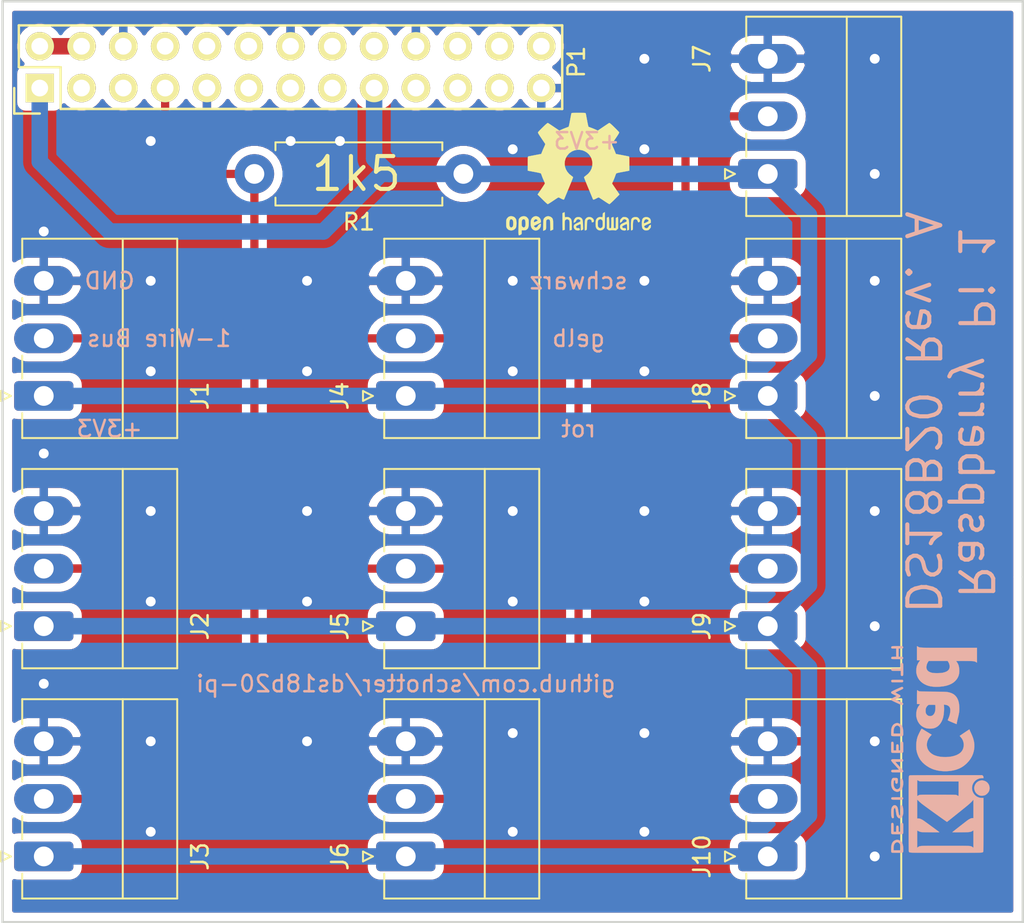
<source format=kicad_pcb>
(kicad_pcb (version 20171130) (host pcbnew 5.1.6)
  (title_block (date "15 nov 2012"))
  (layers (0 F.Cu signal) (31 B.Cu signal) (34 B.Paste user) (35 F.Paste user) (36 B.SilkS user) (37 F.SilkS user) (38 B.Mask user) (39 F.Mask user) (44 Edge.Cuts user))
  (net 0 "")
  (net 1 +5V)
  (net 2 GND)
  (net 3 +3V3)
  (net 4 "/GPIO0(SDA)")
  (net 5 "/GPIO1(SCL)")
  (net 6 /GPIO4)
  (net 7 /TXD)
  (net 8 /RXD)
  (net 9 /GPIO17)
  (net 10 /GPIO18)
  (net 11 /GPIO21)
  (net 12 /GPIO22)
  (net 13 /GPIO23)
  (net 14 /GPIO24)
  (net 15 "/GPIO10(MOSI)")
  (net 16 "/GPIO9(MISO)")
  (net 17 /GPIO25)
  (net 18 "/GPIO11(SCLK)")
  (net 19 "/GPIO8(CE0)")
  (net 20 "/GPIO7(CE1)")
  (module Symbol:KiCad-Logo2_5mm_SilkScreen (layer B.Cu) (at 200.5 170.5 90)
    (fp_text reference REF** hide)
    (fp_text value KiCad-Logo2_5mm_SilkScreen hide)
  )
  (module Symbol:OSHW-Logo2_9.8x8mm_SilkScreen (layer F.Cu) (at 178.5 135.5)
    (fp_text reference REF** hide)
    (fp_text value OSHW-Logo2_9.8x8mm_SilkScreen hide)
  )
  (module Pin_Headers:Pin_Header_Straight_2x13 (layer F.Cu) (at 145.75536 130.27914 90)
    (fp_text reference P1 (at 1.5875 32.6136 90) (layer F.SilkS))
    (fp_text value CONN_13X2)
    (pad 1 thru_hole rect (at 0 0 90) (size 1.7272 1.7272) (drill 1.016) (layers *.Cu *.Mask F.SilkS) (net 3 +3V3))
    (pad 2 thru_hole oval (at 2.54 0 90) (size 1.7272 1.7272) (drill 1.016) (layers *.Cu *.Mask F.SilkS) (net 1 +5V))
    (pad 3 thru_hole oval (at 0 2.54 90) (size 1.7272 1.7272) (drill 1.016) (layers *.Cu *.Mask F.SilkS) (net 4 "/GPIO0(SDA)"))
    (pad 4 thru_hole oval (at 2.54 2.54 90) (size 1.7272 1.7272) (drill 1.016) (layers *.Cu *.Mask F.SilkS) (net 1 +5V))
    (pad 5 thru_hole oval (at 0 5.08 90) (size 1.7272 1.7272) (drill 1.016) (layers *.Cu *.Mask F.SilkS) (net 5 "/GPIO1(SCL)"))
    (pad 6 thru_hole oval (at 2.54 5.08 90) (size 1.7272 1.7272) (drill 1.016) (layers *.Cu *.Mask F.SilkS) (net 2 GND))
    (pad 7 thru_hole oval (at 0 7.62 90) (size 1.7272 1.7272) (drill 1.016) (layers *.Cu *.Mask F.SilkS) (net 6 /GPIO4))
    (pad 8 thru_hole oval (at 2.54 7.62 90) (size 1.7272 1.7272) (drill 1.016) (layers *.Cu *.Mask F.SilkS) (net 7 /TXD))
    (pad 9 thru_hole oval (at 0 10.16 90) (size 1.7272 1.7272) (drill 1.016) (layers *.Cu *.Mask F.SilkS) (net 2 GND))
    (pad 10 thru_hole oval (at 2.54 10.16 90) (size 1.7272 1.7272) (drill 1.016) (layers *.Cu *.Mask F.SilkS) (net 8 /RXD))
    (pad 11 thru_hole oval (at 0 12.7 90) (size 1.7272 1.7272) (drill 1.016) (layers *.Cu *.Mask F.SilkS) (net 9 /GPIO17))
    (pad 12 thru_hole oval (at 2.54 12.7 90) (size 1.7272 1.7272) (drill 1.016) (layers *.Cu *.Mask F.SilkS) (net 10 /GPIO18))
    (pad 13 thru_hole oval (at 0 15.24 90) (size 1.7272 1.7272) (drill 1.016) (layers *.Cu *.Mask F.SilkS) (net 11 /GPIO21))
    (pad 14 thru_hole oval (at 2.54 15.24 90) (size 1.7272 1.7272) (drill 1.016) (layers *.Cu *.Mask F.SilkS) (net 2 GND))
    (pad 15 thru_hole oval (at 0 17.78 90) (size 1.7272 1.7272) (drill 1.016) (layers *.Cu *.Mask F.SilkS) (net 12 /GPIO22))
    (pad 16 thru_hole oval (at 2.54 17.78 90) (size 1.7272 1.7272) (drill 1.016) (layers *.Cu *.Mask F.SilkS) (net 13 /GPIO23))
    (pad 17 thru_hole oval (at 0 20.32 90) (size 1.7272 1.7272) (drill 1.016) (layers *.Cu *.Mask F.SilkS) (net 3 +3V3))
    (pad 18 thru_hole oval (at 2.54 20.32 90) (size 1.7272 1.7272) (drill 1.016) (layers *.Cu *.Mask F.SilkS) (net 14 /GPIO24))
    (pad 19 thru_hole oval (at 0 22.86 90) (size 1.7272 1.7272) (drill 1.016) (layers *.Cu *.Mask F.SilkS) (net 15 "/GPIO10(MOSI)"))
    (pad 20 thru_hole oval (at 2.54 22.86 90) (size 1.7272 1.7272) (drill 1.016) (layers *.Cu *.Mask F.SilkS) (net 2 GND))
    (pad 21 thru_hole oval (at 0 25.4 90) (size 1.7272 1.7272) (drill 1.016) (layers *.Cu *.Mask F.SilkS) (net 16 "/GPIO9(MISO)"))
    (pad 22 thru_hole oval (at 2.54 25.4 90) (size 1.7272 1.7272) (drill 1.016) (layers *.Cu *.Mask F.SilkS) (net 17 /GPIO25))
    (pad 23 thru_hole oval (at 0 27.94 90) (size 1.7272 1.7272) (drill 1.016) (layers *.Cu *.Mask F.SilkS) (net 18 "/GPIO11(SCLK)"))
    (pad 24 thru_hole oval (at 2.54 27.94 90) (size 1.7272 1.7272) (drill 1.016) (layers *.Cu *.Mask F.SilkS) (net 19 "/GPIO8(CE0)"))
    (pad 25 thru_hole oval (at 0 30.48 90) (size 1.7272 1.7272) (drill 1.016) (layers *.Cu *.Mask F.SilkS) (net 2 GND))
    (pad 26 thru_hole oval (at 2.54 30.48 90) (size 1.7272 1.7272) (drill 1.016) (layers *.Cu *.Mask F.SilkS) (net 20 "/GPIO7(CE1)"))
  )
  (module Connector_Phoenix_MC:PhoenixContact_MC_1,5_3-G-3.5_1x03_P3.50mm_Horizontal (layer F.Cu) (at 146 149 90)
    (fp_text reference J1 (at 0 9.5 90) (layer F.SilkS))
    (fp_text value Conn_01x03_Female)
    (pad 1 thru_hole roundrect (at 0 0 90) (size 1.8 3.6) (drill 1.2) (layers *.Cu *.Mask) (roundrect_rratio 0.138889) (net 3 +3V3))
    (pad 2 thru_hole oval (at 3.5 0 90) (size 1.8 3.6) (drill 1.2) (layers *.Cu *.Mask) (net 6 /GPIO4))
    (pad 3 thru_hole oval (at 7 0 90) (size 1.8 3.6) (drill 1.2) (layers *.Cu *.Mask) (net 2 GND))
  )
  (module Connector_Phoenix_MC:PhoenixContact_MC_1,5_3-G-3.5_1x03_P3.50mm_Horizontal (layer F.Cu) (at 146 163 90)
    (fp_text reference J2 (at 0 9.5 90) (layer F.SilkS))
    (fp_text value Conn_01x03_Female)
    (pad 3 thru_hole oval (at 7 0 90) (size 1.8 3.6) (drill 1.2) (layers *.Cu *.Mask) (net 2 GND))
    (pad 2 thru_hole oval (at 3.5 0 90) (size 1.8 3.6) (drill 1.2) (layers *.Cu *.Mask) (net 6 /GPIO4))
    (pad 1 thru_hole roundrect (at 0 0 90) (size 1.8 3.6) (drill 1.2) (layers *.Cu *.Mask) (roundrect_rratio 0.138889) (net 3 +3V3))
  )
  (module Connector_Phoenix_MC:PhoenixContact_MC_1,5_3-G-3.5_1x03_P3.50mm_Horizontal (layer F.Cu) (at 146 177 90)
    (fp_text reference J3 (at 0 9.5 90) (layer F.SilkS))
    (fp_text value Conn_01x03_Female)
    (pad 1 thru_hole roundrect (at 0 0 90) (size 1.8 3.6) (drill 1.2) (layers *.Cu *.Mask) (roundrect_rratio 0.138889) (net 3 +3V3))
    (pad 2 thru_hole oval (at 3.5 0 90) (size 1.8 3.6) (drill 1.2) (layers *.Cu *.Mask) (net 6 /GPIO4))
    (pad 3 thru_hole oval (at 7 0 90) (size 1.8 3.6) (drill 1.2) (layers *.Cu *.Mask) (net 2 GND))
  )
  (module Connector_Phoenix_MC:PhoenixContact_MC_1,5_3-G-3.5_1x03_P3.50mm_Horizontal (layer F.Cu) (at 168 149 90)
    (fp_text reference J4 (at 0 -4 90) (layer F.SilkS))
    (fp_text value Conn_01x03_Female)
    (pad 3 thru_hole oval (at 7 0 90) (size 1.8 3.6) (drill 1.2) (layers *.Cu *.Mask) (net 2 GND))
    (pad 2 thru_hole oval (at 3.5 0 90) (size 1.8 3.6) (drill 1.2) (layers *.Cu *.Mask) (net 6 /GPIO4))
    (pad 1 thru_hole roundrect (at 0 0 90) (size 1.8 3.6) (drill 1.2) (layers *.Cu *.Mask) (roundrect_rratio 0.138889) (net 3 +3V3))
  )
  (module Connector_Phoenix_MC:PhoenixContact_MC_1,5_3-G-3.5_1x03_P3.50mm_Horizontal (layer F.Cu) (at 168 163 90)
    (fp_text reference J5 (at 0 -4 90) (layer F.SilkS))
    (fp_text value Conn_01x03_Female)
    (pad 1 thru_hole roundrect (at 0 0 90) (size 1.8 3.6) (drill 1.2) (layers *.Cu *.Mask) (roundrect_rratio 0.138889) (net 3 +3V3))
    (pad 2 thru_hole oval (at 3.5 0 90) (size 1.8 3.6) (drill 1.2) (layers *.Cu *.Mask) (net 6 /GPIO4))
    (pad 3 thru_hole oval (at 7 0 90) (size 1.8 3.6) (drill 1.2) (layers *.Cu *.Mask) (net 2 GND))
  )
  (module Connector_Phoenix_MC:PhoenixContact_MC_1,5_3-G-3.5_1x03_P3.50mm_Horizontal (layer F.Cu) (at 168 177 90)
    (fp_text reference J6 (at 0 -4 90) (layer F.SilkS))
    (fp_text value Conn_01x03_Female)
    (pad 3 thru_hole oval (at 7 0 90) (size 1.8 3.6) (drill 1.2) (layers *.Cu *.Mask) (net 2 GND))
    (pad 2 thru_hole oval (at 3.5 0 90) (size 1.8 3.6) (drill 1.2) (layers *.Cu *.Mask) (net 6 /GPIO4))
    (pad 1 thru_hole roundrect (at 0 0 90) (size 1.8 3.6) (drill 1.2) (layers *.Cu *.Mask) (roundrect_rratio 0.138889) (net 3 +3V3))
  )
  (module Connector_Phoenix_MC:PhoenixContact_MC_1,5_3-G-3.5_1x03_P3.50mm_Horizontal (layer F.Cu) (at 190 135.5 90)
    (fp_text reference J7 (at 7 -4 90) (layer F.SilkS))
    (fp_text value Conn_01x03_Female)
    (pad 1 thru_hole roundrect (at 0 0 90) (size 1.8 3.6) (drill 1.2) (layers *.Cu *.Mask) (roundrect_rratio 0.138889) (net 3 +3V3))
    (pad 2 thru_hole oval (at 3.5 0 90) (size 1.8 3.6) (drill 1.2) (layers *.Cu *.Mask) (net 6 /GPIO4))
    (pad 3 thru_hole oval (at 7 0 90) (size 1.8 3.6) (drill 1.2) (layers *.Cu *.Mask) (net 2 GND))
  )
  (module Connector_Phoenix_MC:PhoenixContact_MC_1,5_3-G-3.5_1x03_P3.50mm_Horizontal (layer F.Cu) (at 190 149 90)
    (fp_text reference J8 (at 0 -4 90) (layer F.SilkS))
    (fp_text value Conn_01x03_Female)
    (pad 3 thru_hole oval (at 7 0 90) (size 1.8 3.6) (drill 1.2) (layers *.Cu *.Mask) (net 2 GND))
    (pad 2 thru_hole oval (at 3.5 0 90) (size 1.8 3.6) (drill 1.2) (layers *.Cu *.Mask) (net 6 /GPIO4))
    (pad 1 thru_hole roundrect (at 0 0 90) (size 1.8 3.6) (drill 1.2) (layers *.Cu *.Mask) (roundrect_rratio 0.138889) (net 3 +3V3))
  )
  (module Connector_Phoenix_MC:PhoenixContact_MC_1,5_3-G-3.5_1x03_P3.50mm_Horizontal (layer F.Cu) (at 190 163 90)
    (fp_text reference J9 (at 0 -4 90) (layer F.SilkS))
    (fp_text value Conn_01x03_Female)
    (pad 1 thru_hole roundrect (at 0 0 90) (size 1.8 3.6) (drill 1.2) (layers *.Cu *.Mask) (roundrect_rratio 0.138889) (net 3 +3V3))
    (pad 2 thru_hole oval (at 3.5 0 90) (size 1.8 3.6) (drill 1.2) (layers *.Cu *.Mask) (net 6 /GPIO4))
    (pad 3 thru_hole oval (at 7 0 90) (size 1.8 3.6) (drill 1.2) (layers *.Cu *.Mask) (net 2 GND))
  )
  (module Connector_Phoenix_MC:PhoenixContact_MC_1,5_3-G-3.5_1x03_P3.50mm_Horizontal (layer F.Cu) (at 190 177 90)
    (fp_text reference J10 (at 0 -4 90) (layer F.SilkS))
    (fp_text value Conn_01x03_Female)
    (pad 1 thru_hole roundrect (at 0 0 90) (size 1.8 3.6) (drill 1.2) (layers *.Cu *.Mask) (roundrect_rratio 0.138889) (net 3 +3V3))
    (pad 2 thru_hole oval (at 3.5 0 90) (size 1.8 3.6) (drill 1.2) (layers *.Cu *.Mask) (net 6 /GPIO4))
    (pad 3 thru_hole oval (at 7 0 90) (size 1.8 3.6) (drill 1.2) (layers *.Cu *.Mask) (net 2 GND))
  )
  (module Resistor_THT:R_Axial_DIN0411_L9.9mm_D3.6mm_P12.70mm_Horizontal (layer F.Cu) (at 171.5 135.5 180)
    (fp_text reference R1 (at 6.35 -2.92) (layer F.SilkS))
    (fp_text value 1k5)
    (pad 1 thru_hole circle (at 0 0 180) (size 2.4 2.4) (drill 1.2) (layers *.Cu *.Mask) (net 3 +3V3))
    (pad 2 thru_hole oval (at 12.7 0 180) (size 2.4 2.4) (drill 1.2) (layers *.Cu *.Mask) (net 6 /GPIO4))
  )
  (gr_text github.com/schotter/ds18b20-pi (at 168 166.5) (layer B.SilkS) (effects (font (size 1 1)) (justify mirror)))
  (gr_text rot (at 178.5 151) (layer B.SilkS) (effects (font (size 1 1)) (justify mirror)))
  (gr_text gelb (at 178.5 145.5) (layer B.SilkS) (effects (font (size 1 1)) (justify mirror)))
  (gr_text schwarz (at 178.5 142) (layer B.SilkS) (effects (font (size 1 1)) (justify mirror)))
  (gr_text +3V3 (at 150 151) (layer B.SilkS) (effects (font (size 1 1)) (justify mirror)))
  (gr_text "1-Wire Bus" (at 153 145.5) (layer B.SilkS) (effects (font (size 1 1)) (justify mirror)))
  (gr_text GND (at 150 142) (layer B.SilkS) (effects (font (size 1 1)) (justify mirror)))
  (gr_text +3V3 (at 179 133.5) (layer B.SilkS) (effects (font (size 1 1)) (justify mirror)))
  (gr_text 1k5 (at 165 135.5) (layer F.SilkS) (effects (font (size 2 2) (thickness 0.25))))
  (gr_text "Raspberry Pi 1\nDS18B20 Rev. A" (at 201 150 -90) (layer B.SilkS) (effects (font (size 2 2) (thickness 0.25)) (justify mirror)))
  (gr_line (start 205.5 160) (end 205.5 181) (layer Edge.Cuts) (width 0.15))
  (gr_line (start 205.5 160) (end 205.5 160) (layer Edge.Cuts) (width 0.15))
  (gr_line (start 205.5 125) (end 205.5 160) (layer Edge.Cuts) (width 0.15))
  (gr_line (start 205.5 125) (end 143.5 125) (angle 90) (layer Edge.Cuts) (width 0.15))
  (gr_line (start 143.5 181) (end 205.5 181) (angle 90) (layer Edge.Cuts) (width 0.15))
  (gr_line (start 143.5 125) (end 143.5 181) (angle 90) (layer Edge.Cuts) (width 0.15))
  (segment (start 148.29536 127.73914) (end 145.75536 127.73914) (width 1) (layer F.Cu) (net 1))
  (via (at 182.5 156) (size 0.9) (drill 0.6) (layers F.Cu B.Cu) (net 2))
  (via (at 146 152.5) (size 0.9) (drill 0.6) (layers F.Cu B.Cu) (net 2))
  (via (at 152.5 175.5) (size 0.9) (drill 0.6) (layers F.Cu B.Cu) (net 2))
  (via (at 152.5 170) (size 0.9) (drill 0.6) (layers F.Cu B.Cu) (net 2))
  (via (at 152.5 156) (size 0.9) (drill 0.6) (layers F.Cu B.Cu) (net 2))
  (via (at 174.5 156) (size 0.9) (drill 0.6) (layers F.Cu B.Cu) (net 2))
  (via (at 174.5 161.5) (size 0.9) (drill 0.6) (layers F.Cu B.Cu) (net 2))
  (via (at 174.5 175.5) (size 0.9) (drill 0.6) (layers F.Cu B.Cu) (net 2))
  (via (at 174.5 169.5) (size 0.9) (drill 0.6) (layers F.Cu B.Cu) (net 2))
  (via (at 196.5 170) (size 0.9) (drill 0.6) (layers F.Cu B.Cu) (net 2))
  (via (at 196.5 177) (size 0.9) (drill 0.6) (layers F.Cu B.Cu) (net 2))
  (via (at 196.5 163) (size 0.9) (drill 0.6) (layers F.Cu B.Cu) (net 2))
  (via (at 196.5 156) (size 0.9) (drill 0.6) (layers F.Cu B.Cu) (net 2))
  (via (at 196.5 149) (size 0.9) (drill 0.6) (layers F.Cu B.Cu) (net 2))
  (via (at 196.5 142) (size 0.9) (drill 0.6) (layers F.Cu B.Cu) (net 2))
  (via (at 196.5 128.5) (size 0.9) (drill 0.6) (layers F.Cu B.Cu) (net 2))
  (via (at 196.5 135.5) (size 0.9) (drill 0.6) (layers F.Cu B.Cu) (net 2))
  (via (at 174.5 142) (size 0.9) (drill 0.6) (layers F.Cu B.Cu) (net 2))
  (via (at 174.5 147.5) (size 0.9) (drill 0.6) (layers F.Cu B.Cu) (net 2))
  (via (at 152.5 147.5) (size 0.9) (drill 0.6) (layers F.Cu B.Cu) (net 2))
  (via (at 152.5 142) (size 0.9) (drill 0.6) (layers F.Cu B.Cu) (net 2))
  (via (at 152.5 161.5) (size 0.9) (drill 0.6) (layers F.Cu B.Cu) (net 2))
  (via (at 174.5 134) (size 0.9) (drill 0.6) (layers F.Cu B.Cu) (net 2))
  (via (at 182.5 134) (size 0.9) (drill 0.6) (layers F.Cu B.Cu) (net 2))
  (via (at 182.5 128.5) (size 0.9) (drill 0.6) (layers F.Cu B.Cu) (net 2))
  (via (at 182.5 142) (size 0.9) (drill 0.6) (layers F.Cu B.Cu) (net 2))
  (via (at 182.5 147.5) (size 0.9) (drill 0.6) (layers F.Cu B.Cu) (net 2))
  (via (at 182.5 161.5) (size 0.9) (drill 0.6) (layers F.Cu B.Cu) (net 2))
  (via (at 182.5 175.5) (size 0.9) (drill 0.6) (layers F.Cu B.Cu) (net 2))
  (via (at 182.5 169.5) (size 0.9) (drill 0.6) (layers F.Cu B.Cu) (net 2))
  (via (at 162 142) (size 0.9) (drill 0.6) (layers F.Cu B.Cu) (net 2))
  (via (at 162 147.5) (size 0.9) (drill 0.6) (layers F.Cu B.Cu) (net 2))
  (via (at 162 156) (size 0.9) (drill 0.6) (layers F.Cu B.Cu) (net 2))
  (via (at 162 161.5) (size 0.9) (drill 0.6) (layers F.Cu B.Cu) (net 2))
  (via (at 162 170) (size 0.9) (drill 0.6) (layers F.Cu B.Cu) (net 2))
  (via (at 146 166.5) (size 0.9) (drill 0.6) (layers F.Cu B.Cu) (net 2))
  (via (at 146 139) (size 0.9) (drill 0.6) (layers F.Cu B.Cu) (net 2))
  (via (at 152.5 133.5) (size 0.9) (drill 0.6) (layers F.Cu B.Cu) (net 2))
  (via (at 161 133.5) (size 0.9) (drill 0.6) (layers F.Cu B.Cu) (net 2))
  (via (at 164 133.5) (size 0.9) (drill 0.6) (layers F.Cu B.Cu) (net 2))
  (segment (start 146 149) (end 168 149) (width 1) (layer B.Cu) (net 3))
  (segment (start 146 163) (end 168 163) (width 1) (layer B.Cu) (net 3))
  (segment (start 146 177) (end 168 177) (width 1) (layer B.Cu) (net 3))
  (segment (start 189.864 135.636) (end 190 135.5) (width 1) (layer B.Cu) (net 3))
  (segment (start 168 149) (end 190 149) (width 1) (layer B.Cu) (net 3))
  (segment (start 168 163) (end 190 163) (width 1) (layer B.Cu) (net 3))
  (segment (start 168 177) (end 190 177) (width 1) (layer B.Cu) (net 3))
  (segment (start 192.50001 165.50001) (end 190 163) (width 1) (layer B.Cu) (net 3))
  (segment (start 192.50001 174.49999) (end 192.50001 165.50001) (width 1) (layer B.Cu) (net 3))
  (segment (start 190 177) (end 192.50001 174.49999) (width 1) (layer B.Cu) (net 3))
  (segment (start 192.50001 151.50001) (end 190 149) (width 1) (layer B.Cu) (net 3))
  (segment (start 192.50001 160.49999) (end 192.50001 151.50001) (width 1) (layer B.Cu) (net 3))
  (segment (start 190 163) (end 192.50001 160.49999) (width 1) (layer B.Cu) (net 3))
  (segment (start 192.50001 138.00001) (end 190 135.5) (width 1) (layer B.Cu) (net 3))
  (segment (start 192.50001 146.49999) (end 192.50001 138.00001) (width 1) (layer B.Cu) (net 3))
  (segment (start 190 149) (end 192.50001 146.49999) (width 1) (layer B.Cu) (net 3))
  (segment (start 171.5 135.5) (end 190 135.5) (width 1) (layer B.Cu) (net 3))
  (segment (start 145.75536 130.27914) (end 145.75536 134.75536) (width 1) (layer B.Cu) (net 3))
  (segment (start 145.75536 134.75536) (end 150 139) (width 1) (layer B.Cu) (net 3))
  (segment (start 150 139) (end 163 139) (width 1) (layer B.Cu) (net 3))
  (segment (start 163 139) (end 166.5 135.5) (width 1) (layer B.Cu) (net 3))
  (segment (start 166.07536 134.57536) (end 167 135.5) (width 1) (layer B.Cu) (net 3))
  (segment (start 166.07536 130.27914) (end 166.07536 134.57536) (width 1) (layer B.Cu) (net 3))
  (segment (start 167 135.5) (end 171.5 135.5) (width 1) (layer B.Cu) (net 3))
  (segment (start 166.5 135.5) (end 167 135.5) (width 1) (layer B.Cu) (net 3))
  (segment (start 153.37536 130.27914) (end 153.37536 132.12064) (width 0.5) (layer F.Cu) (net 6))
  (segment (start 168 159.5) (end 190 159.5) (width 0.5) (layer F.Cu) (net 6))
  (segment (start 168 159.5) (end 146 159.5) (width 0.5) (layer F.Cu) (net 6))
  (segment (start 149.86 173.5) (end 146 173.5) (width 0.5) (layer F.Cu) (net 6))
  (segment (start 185 145.5) (end 190 145.5) (width 0.5) (layer F.Cu) (net 6))
  (segment (start 187 132) (end 185 134) (width 0.5) (layer F.Cu) (net 6))
  (segment (start 190 132) (end 187 132) (width 0.5) (layer F.Cu) (net 6))
  (segment (start 185 134) (end 185 145.5) (width 0.5) (layer F.Cu) (net 6))
  (segment (start 146 145.5) (end 150 145.5) (width 0.5) (layer F.Cu) (net 6))
  (segment (start 146 159.5) (end 149.72 159.5) (width 0.5) (layer F.Cu) (net 6))
  (segment (start 158.8 145.3) (end 159 145.5) (width 0.5) (layer F.Cu) (net 6))
  (segment (start 159 145.5) (end 168 145.5) (width 0.5) (layer F.Cu) (net 6))
  (segment (start 150 145.5) (end 159 145.5) (width 0.5) (layer F.Cu) (net 6))
  (segment (start 156.75472 135.5) (end 153.37536 132.12064) (width 0.5) (layer F.Cu) (net 6))
  (segment (start 158.8 135.5) (end 156.75472 135.5) (width 0.5) (layer F.Cu) (net 6))
  (segment (start 158.8 173.3) (end 159 173.5) (width 0.5) (layer F.Cu) (net 6))
  (segment (start 159 173.5) (end 168 173.5) (width 0.5) (layer F.Cu) (net 6))
  (segment (start 149.86 173.5) (end 159 173.5) (width 0.5) (layer F.Cu) (net 6))
  (segment (start 158.8 135.5) (end 158.8 144.8) (width 0.5) (layer F.Cu) (net 6))
  (segment (start 158.8 144.8) (end 158.8 145.3) (width 0.5) (layer F.Cu) (net 6))
  (segment (start 178.5 145.5) (end 178.5 173.5) (width 0.5) (layer F.Cu) (net 6))
  (segment (start 178.5 173.5) (end 190 173.5) (width 0.5) (layer F.Cu) (net 6))
  (segment (start 168 173.5) (end 178.5 173.5) (width 0.5) (layer F.Cu) (net 6))
  (segment (start 168 145.5) (end 178.5 145.5) (width 0.5) (layer F.Cu) (net 6))
  (segment (start 178.5 145.5) (end 185 145.5) (width 0.5) (layer F.Cu) (net 6))
  (segment (start 158.6 159.5) (end 158.8 159.3) (width 0.5) (layer F.Cu) (net 6))
  (segment (start 146 159.5) (end 158.6 159.5) (width 0.5) (layer F.Cu) (net 6))
  (segment (start 158.8 159.3) (end 158.8 173.3) (width 0.5) (layer F.Cu) (net 6))
  (segment (start 158.8 144.8) (end 158.8 159.3) (width 0.5) (layer F.Cu) (net 6))
  (zone (net 2) (net_name GND) (layer F.Cu) (connect_pads (clearance 0.508)) (min_thickness 0.254) (fill yes (arc_segments 32) (thermal_gap 0.508) (thermal_bridge_width 0.508))
    (polygon (pts (xy 205.5 181) (xy 143.5 181) (xy 143.5 125) (xy 205.5 125)))
  )
  (zone (net 2) (net_name GND) (layer B.Cu) (connect_pads (clearance 0.508)) (min_thickness 0.254) (fill yes (arc_segments 32) (thermal_gap 0.508) (thermal_bridge_width 0.508))
    (polygon (pts (xy 205.5 181) (xy 143.5 181) (xy 143.5 125) (xy 205.5 125)))
  )
)
</source>
